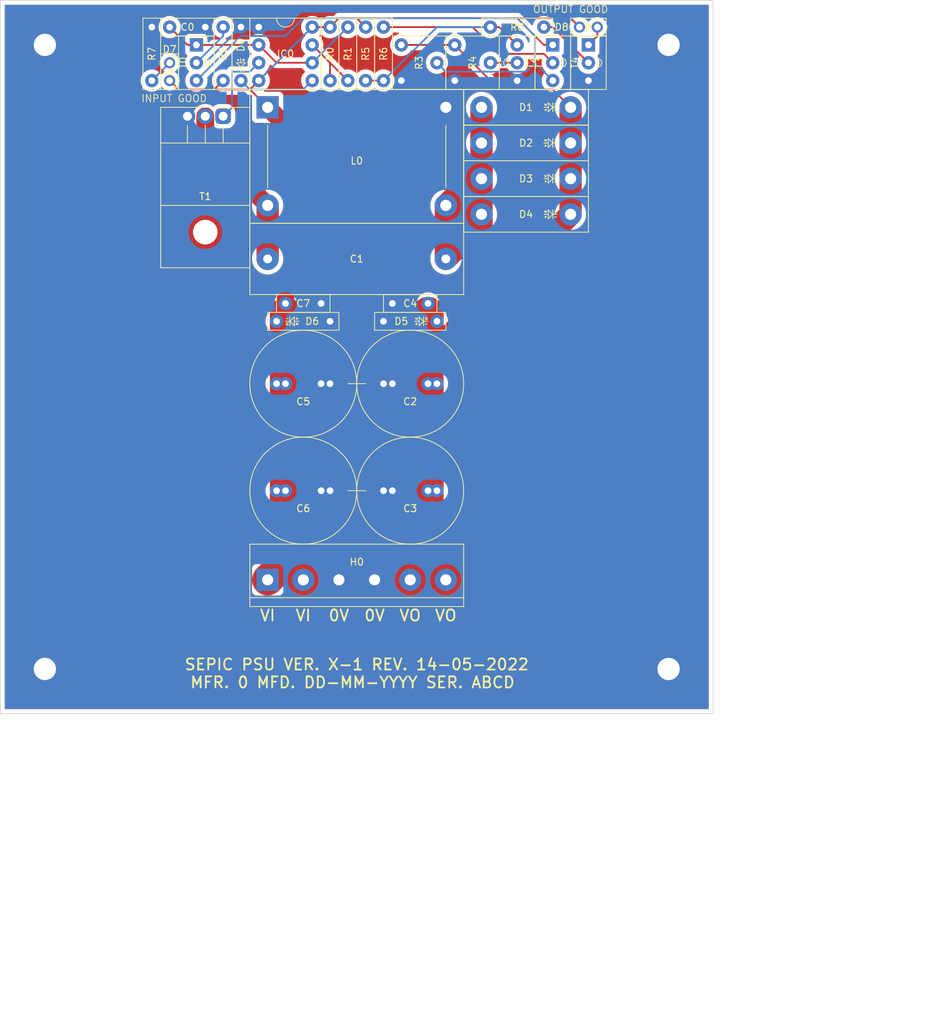
<source format=kicad_pcb>
(kicad_pcb (version 20211014) (generator pcbnew)
  (layers (0 "F.Cu" signal) (31 "B.Cu" signal) (34 "B.Paste" user) (35 "F.Paste" user) (36 "B.SilkS" user "B.Silkscreen") (37 "F.SilkS" user "F.Silkscreen") (38 "B.Mask" user) (39 "F.Mask" user) (44 "Edge.Cuts" user))
  (net 0 "")
  (net 1 "CAP")
  (net 2 "0V")
  (net 3 "Net-(C1-Pad1)")
  (net 4 "Net-(C1-Pad2)")
  (net 5 "VO")
  (net 6 "VI")
  (net 7 "Net-(D0-Pad1)")
  (net 8 "Net-(D7-Pad1)")
  (net 9 "Net-(D8-Pad1)")
  (net 10 "Net-(IC0-Pad3)")
  (net 11 "Net-(IC0-Pad7)")
  (net 12 "Net-(R2-Pad2)")
  (net 13 "FB")
  (net 14 "Net-(R4-Pad2)")
  (net 15 "O{slash}D")
  (net 16 "Net-(R6-Pad1)")
  (net 17 "Net-(R8-Pad1)")
  (footprint "MW:D_L.6in_W.2in_P.5in" (layer "F.Cu") (at 208.28 45.72 180)
    (fp_text reference "D2" (at 6.35 0) (layer "F.SilkS"))
    (fp_text value "1N5408")
    (fp_line (start 3.429 -0.381) (end 3.683 -0.381) (layer "F.SilkS") (width 0.12))
    (fp_line (start -2.54 -2.54) (end 15.24 -2.54) (layer "F.SilkS") (width 0.12))
    (fp_line (start 2.54 0.635) (end 2.54 -0.635) (layer "F.SilkS") (width 0.12))
    (fp_line (start 2.032 0.254) (end 2.032 0.508) (layer "F.SilkS") (width 0.12))
    (fp_line (start 15.24 2.54) (end -2.54 2.54) (layer "F.SilkS") (width 0.12))
    (fp_line (start 2.032 -0.381) (end 2.286 -0.381) (layer "F.SilkS") (width 0.12))
    (fp_line (start 2.032 0.508) (end 2.286 0.508) (layer "F.SilkS") (width 0.12))
    (fp_line (start 2.54 0) (end 3.175 0.635) (layer "F.SilkS") (width 0.12))
    (fp_line (start -2.54 2.54) (end -2.54 -2.54) (layer "F.SilkS") (width 0.12))
    (fp_line (start 3.556 -0.508) (end 3.556 -0.254) (layer "F.SilkS") (width 0.12))
    (fp_line (start 3.683 0.381) (end 3.683 0.508) (layer "F.SilkS") (width 0.12))
    (fp_line (start 3.556 0.254) (end 3.683 0.381) (layer "F.SilkS") (width 0.12))
    (fp_line (start 3.175 0.635) (end 3.175 -0.635) (layer "F.SilkS") (width 0.12))
    (fp_line (start 3.429 0.381) (end 3.429 0.508) (layer "F.SilkS") (width 0.12))
    (fp_line (start 3.429 0.381) (end 3.556 0.254) (layer "F.SilkS") (width 0.12))
    (fp_line (start 15.24 -2.54) (end 15.24 2.54) (layer "F.SilkS") (width 0.12))
    (fp_line (start 3.429 0.381) (end 3.683 0.381) (layer "F.SilkS") (width 0.12))
    (fp_line (start 3.175 0) (end 3.81 0) (layer "F.SilkS") (width 0.12))
    (fp_line (start 2.032 0.254) (end 2.286 0.254) (layer "F.SilkS") (width 0.12))
    (fp_line (start 2.54 0) (end 1.905 0) (layer "F.SilkS") (width 0.12))
    (fp_line (start 3.175 -0.635) (end 2.54 0) (layer "F.SilkS") (width 0.12))
    (pad "1" thru_hole circle (at 0 0 180) (size 3.175 3.175) (drill 1.5875) (layers *.Cu *.Mask) (net 5 "VO"))
    (pad "2" thru_hole circle (at 12.7 0 180) (size 3.175 3.175) (drill 1.5875) (layers *.Cu *.Mask) (net 3 "Net-(C1-Pad1)"))
  )
  (footprint "MW:C_Radial_D.6in_P.2in_P.3in" (layer "F.Cu") (at 166.37 80.01)
    (fp_text reference "C5" (at 3.81 2.54) (layer "F.SilkS"))
    (fp_text value "1mF")
    (fp_line (start 10.16 0) (end 11.43 0) (layer "F.SilkS") (width 0.12))
    (fp_circle (center 3.81 0) (end 3.81 7.62) (layer "F.SilkS") (width 0.12) (fill none))
    (pad "1" thru_hole circle (at 0 0) (size 1.905 1.905) (drill 0.9525) (layers *.Cu *.Mask) (net 6 "VI"))
    (pad "1" thru_hole circle (at 1.27 0) (size 1.905 1.905) (drill 0.9525) (layers *.Cu *.Mask) (net 6 "VI"))
    (pad "2" thru_hole circle (at 7.62 0) (size 1.905 1.905) (drill 0.9525) (layers *.Cu *.Mask) (net 2 "0V"))
    (pad "2" thru_hole circle (at 6.35 0) (size 1.905 1.905) (drill 0.9525) (layers *.Cu *.Mask) (net 2 "0V"))
  )
  (footprint "MW:TO-92L_Inline_Wide" (layer "F.Cu") (at 154.94 31.75 -90)
    (fp_text reference "T0" (at 2.54 1.905 90) (layer "F.SilkS"))
    (fp_text value "2N3904")
    (fp_line (start -1.27 2.54) (end -1.27 -2.54) (layer "F.SilkS") (width 0.12))
    (fp_line (start 6.35 2.54) (end -1.27 2.54) (layer "F.SilkS") (width 0.12))
    (fp_line (start -1.27 -2.54) (end 6.35 -2.54) (layer "F.SilkS") (width 0.12))
    (fp_line (start 6.35 -2.54) (end 6.35 2.54) (layer "F.SilkS") (width 0.12))
    (fp_line (start 1.905 -1.27) (end 3.175 -1.27) (layer "F.SilkS") (width 0.12))
    (fp_arc (start 1.905 -1.27) (mid 2.54 -1.905) (end 3.175 -1.27) (layer "F.SilkS") (width 0.12))
    (pad "1" thru_hole rect (at 0 0 270) (size 1.905 1.905) (drill 0.9525) (layers *.Cu *.Mask) (net 1 "CAP"))
    (pad "2" thru_hole circle (at 2.54 0 270) (size 1.905 1.905) (drill 0.9525) (layers *.Cu *.Mask) (net 12 "Net-(R2-Pad2)"))
    (pad "3" thru_hole circle (at 5.08 0 270) (size 1.905 1.905) (drill 0.9525) (layers *.Cu *.Mask) (net 13 "FB"))
  )
  (footprint "MW:D_L.6in_W.2in_P.5in" (layer "F.Cu") (at 208.28 55.88 180)
    (fp_text reference "D4" (at 6.35 0) (layer "F.SilkS"))
    (fp_text value "1N5408")
    (fp_line (start -2.54 2.54) (end -2.54 -2.54) (layer "F.SilkS") (width 0.12))
    (fp_line (start 3.175 -0.635) (end 2.54 0) (layer "F.SilkS") (width 0.12))
    (fp_line (start 15.24 -2.54) (end 15.24 2.54) (layer "F.SilkS") (width 0.12))
    (fp_line (start 3.556 0.254) (end 3.683 0.381) (layer "F.SilkS") (width 0.12))
    (fp_line (start 3.429 0.381) (end 3.556 0.254) (layer "F.SilkS") (width 0.12))
    (fp_line (start 2.54 0) (end 3.175 0.635) (layer "F.SilkS") (width 0.12))
    (fp_line (start 2.032 0.508) (end 2.286 0.508) (layer "F.SilkS") (width 0.12))
    (fp_line (start 3.175 0) (end 3.81 0) (layer "F.SilkS") (width 0.12))
    (fp_line (start 2.54 0.635) (end 2.54 -0.635) (layer "F.SilkS") (width 0.12))
    (fp_line (start 2.54 0) (end 1.905 0) (layer "F.SilkS") (width 0.12))
    (fp_line (start -2.54 -2.54) (end 15.24 -2.54) (layer "F.SilkS") (width 0.12))
    (fp_line (start 3.556 -0.508) (end 3.556 -0.254) (layer "F.SilkS") (width 0.12))
    (fp_line (start 3.429 0.381) (end 3.429 0.508) (layer "F.SilkS") (width 0.12))
    (fp_line (start 2.032 0.254) (end 2.286 0.254) (layer "F.SilkS") (width 0.12))
    (fp_line (start 3.429 -0.381) (end 3.683 -0.381) (layer "F.SilkS") (width 0.12))
    (fp_line (start 2.032 -0.381) (end 2.286 -0.381) (layer "F.SilkS") (width 0.12))
    (fp_line (start 2.032 0.254) (end 2.032 0.508) (layer "F.SilkS") (width 0.12))
    (fp_line (start 15.24 2.54) (end -2.54 2.54) (layer "F.SilkS") (width 0.12))
    (fp_line (start 3.429 0.381) (end 3.683 0.381) (layer "F.SilkS") (width 0.12))
    (fp_line (start 3.175 0.635) (end 3.175 -0.635) (layer "F.SilkS") (width 0.12))
    (fp_line (start 3.683 0.381) (end 3.683 0.508) (layer "F.SilkS") (width 0.12))
    (pad "1" thru_hole circle (at 0 0 180) (size 3.175 3.175) (drill 1.5875) (layers *.Cu *.Mask) (net 5 "VO"))
    (pad "2" thru_hole circle (at 12.7 0 180) (size 3.175 3.175) (drill 1.5875) (layers *.Cu *.Mask) (net 3 "Net-(C1-Pad1)"))
  )
  (footprint "MW:D_L.6in_W.2in_P.5in" (layer "F.Cu") (at 208.28 40.64 180)
    (fp_text reference "D1" (at 6.35 0) (layer "F.SilkS"))
    (fp_text value "1N5408")
    (fp_line (start 3.429 0.381) (end 3.556 0.254) (layer "F.SilkS") (width 0.12))
    (fp_line (start 2.032 0.254) (end 2.286 0.254) (layer "F.SilkS") (width 0.12))
    (fp_line (start 2.032 -0.381) (end 2.286 -0.381) (layer "F.SilkS") (width 0.12))
    (fp_line (start 15.24 -2.54) (end 15.24 2.54) (layer "F.SilkS") (width 0.12))
    (fp_line (start 3.175 0) (end 3.81 0) (layer "F.SilkS") (width 0.12))
    (fp_line (start -2.54 -2.54) (end 15.24 -2.54) (layer "F.SilkS") (width 0.12))
    (fp_line (start -2.54 2.54) (end -2.54 -2.54) (layer "F.SilkS") (width 0.12))
    (fp_line (start 2.032 0.508) (end 2.286 0.508) (layer "F.SilkS") (width 0.12))
    (fp_line (start 3.683 0.381) (end 3.683 0.508) (layer "F.SilkS") (width 0.12))
    (fp_line (start 3.429 -0.381) (end 3.683 -0.381) (layer "F.SilkS") (width 0.12))
    (fp_line (start 3.556 0.254) (end 3.683 0.381) (layer "F.SilkS") (width 0.12))
    (fp_line (start 2.54 0) (end 1.905 0) (layer "F.SilkS") (width 0.12))
    (fp_line (start 15.24 2.54) (end -2.54 2.54) (layer "F.SilkS") (width 0.12))
    (fp_line (start 2.54 0) (end 3.175 0.635) (layer "F.SilkS") (width 0.12))
    (fp_line (start 3.556 -0.508) (end 3.556 -0.254) (layer "F.SilkS") (width 0.12))
    (fp_line (start 2.54 0.635) (end 2.54 -0.635) (layer "F.SilkS") (width 0.12))
    (fp_line (start 3.429 0.381) (end 3.429 0.508) (layer "F.SilkS") (width 0.12))
    (fp_line (start 2.032 0.254) (end 2.032 0.508) (layer "F.SilkS") (width 0.12))
    (fp_line (start 3.175 -0.635) (end 2.54 0) (layer "F.SilkS") (width 0.12))
    (fp_line (start 3.175 0.635) (end 3.175 -0.635) (layer "F.SilkS") (width 0.12))
    (fp_line (start 3.429 0.381) (end 3.683 0.381) (layer "F.SilkS") (width 0.12))
    (pad "1" thru_hole circle (at 0 0 180) (size 3.175 3.175) (drill 1.5875) (layers *.Cu *.Mask) (net 5 "VO"))
    (pad "2" thru_hole circle (at 12.7 0 180) (size 3.175 3.175) (drill 1.5875) (layers *.Cu *.Mask) (net 3 "Net-(C1-Pad1)"))
  )
  (footprint "MW:C_L.3in_W.1in_P.2in" (layer "F.Cu") (at 151.13 29.21)
    (fp_text reference "C0" (at 2.54 0) (layer "F.SilkS"))
    (fp_text value "470pF")
    (fp_line (start -1.27 1.27) (end -1.27 -1.27) (layer "F.SilkS") (width 0.12))
    (fp_line (start 6.35 -1.27) (end 6.35 1.27) (layer "F.SilkS") (width 0.12))
    (fp_line (start -1.27 -1.27) (end 6.35 -1.27) (layer "F.SilkS") (width 0.12))
    (fp_line (start 6.35 1.27) (end -1.27 1.27) (layer "F.SilkS") (width 0.12))
    (pad "1" thru_hole circle (at 0 0) (size 1.905 1.905) (drill 0.9525) (layers *.Cu *.Mask) (net 1 "CAP"))
    (pad "2" thru_hole circle (at 5.08 0) (size 1.905 1.905) (drill 0.9525) (layers *.Cu *.Mask) (net 2 "0V"))
  )
  (footprint "MW:R_L.4in_W.1in_P.3in" (layer "F.Cu") (at 158.75 36.83 90)
    (fp_text reference "R2" (at 3.81 0 90) (layer "F.SilkS"))
    (fp_text value "1MO")
    (fp_line (start -1.27 -1.27) (end 8.89 -1.27) (layer "F.SilkS") (width 0.12))
    (fp_line (start 8.89 -1.27) (end 8.89 1.27) (layer "F.SilkS") (width 0.12))
    (fp_line (start 8.89 1.27) (end -1.27 1.27) (layer "F.SilkS") (width 0.12))
    (fp_line (start -1.27 1.27) (end -1.27 -1.27) (layer "F.SilkS") (width 0.12))
    (pad "1" thru_hole circle (at 0 0 90) (size 1.905 1.905) (drill 0.9525) (layers *.Cu *.Mask) (net 6 "VI"))
    (pad "2" thru_hole circle (at 7.62 0 90) (size 1.905 1.905) (drill 0.9525) (layers *.Cu *.Mask) (net 12 "Net-(R2-Pad2)"))
  )
  (footprint "MW:TO-220-3_Horizontal_TabDown" (layer "F.Cu") (at 158.75 41.91 180)
    (fp_text reference "T1" (at 2.54 -11.43) (layer "F.SilkS"))
    (fp_text value "IRF3205")
    (fp_line (start -3.81 1.27) (end 8.89 1.27) (layer "F.SilkS") (width 0.12))
    (fp_line (start -3.81 -3.81) (end -3.81 1.27) (layer "F.SilkS") (width 0.12))
    (fp_line (start 8.89 -21.59) (end 8.89 -3.81) (layer "F.SilkS") (width 0.12))
    (fp_line (start -3.81 -3.81) (end -3.81 -21.59) (layer "F.SilkS") (width 0.12))
    (fp_line (start 8.89 -3.81) (end -3.81 -3.81) (layer "F.SilkS") (width 0.12))
    (fp_line (start 5.08 -3.81) (end 5.08 -1.27) (layer "F.SilkS") (width 0.12))
    (fp_line (start -3.81 -21.59) (end 8.89 -21.59) (layer "F.SilkS") (width 0.12))
    (fp_line (start 8.89 -3.81) (end 8.89 1.27) (layer "F.SilkS") (width 0.12))
    (fp_line (start 0 -3.81) (end 0 -1.27) (layer "F.SilkS") (width 0.12))
    (fp_line (start 8.89 -12.7) (end -3.81 -12.7) (layer "F.SilkS") (width 0.12))
    (fp_line (start 2.54 -3.81) (end 2.54 -1.27) (layer "F.SilkS") (width 0.12))
    (pad "" np_thru_hole oval (at 2.54 -16.51 180) (size 3.5 3.5) (drill 3.5) (layers F&B.Cu *.Mask))
    (pad "1" thru_hole roundrect (at 0 0 180) (size 2.2225 2.2225) (drill 1.27) (layers *.Cu *.Mask) (roundrect_rratio 0.2857142857) (net 10 "Net-(IC0-Pad3)"))
    (pad "2" thru_hole circle (at 2.54 0 180) (size 2.2225 2.2225) (drill 1.27) (layers *.Cu *.Mask) (net 4 "Net-(C1-Pad2)"))
    (pad "3" thru_hole circle (at 5.08 0 180) (size 2.2225 2.2225) (drill 1.27) (layers *.Cu *.Mask) (net 2 "0V"))
    (pad "4" smd rect (at 2.54 -16.51 180) (size 11.43 7.62) (layers "F.Cu" "F.Paste" "F.Mask"))
  )
  (footprint "MW:D_L.6in_W.2in_P.5in" (layer "F.Cu") (at 208.28 50.8 180)
    (fp_text reference "D3" (at 6.35 0) (layer "F.SilkS"))
    (fp_text value "1N5408")
    (fp_line (start 3.429 0.381) (end 3.429 0.508) (layer "F.SilkS") (width 0.12))
    (fp_line (start 2.54 0) (end 1.905 0) (layer "F.SilkS") (width 0.12))
    (fp_line (start 15.24 -2.54) (end 15.24 2.54) (layer "F.SilkS") (width 0.12))
    (fp_line (start 2.54 0.635) (end 2.54 -0.635) (layer "F.SilkS") (width 0.12))
    (fp_line (start 3.556 -0.508) (end 3.556 -0.254) (layer "F.SilkS") (width 0.12))
    (fp_line (start -2.54 -2.54) (end 15.24 -2.54) (layer "F.SilkS") (width 0.12))
    (fp_line (start 3.175 0.635) (end 3.175 -0.635) (layer "F.SilkS") (width 0.12))
    (fp_line (start 2.54 0) (end 3.175 0.635) (layer "F.SilkS") (width 0.12))
    (fp_line (start 2.032 -0.381) (end 2.286 -0.381) (layer "F.SilkS") (width 0.12))
    (fp_line (start 15.24 2.54) (end -2.54 2.54) (layer "F.SilkS") (width 0.12))
    (fp_line (start 3.429 -0.381) (end 3.683 -0.381) (layer "F.SilkS") (width 0.12))
    (fp_line (start -2.54 2.54) (end -2.54 -2.54) (layer "F.SilkS") (width 0.12))
    (fp_line (start 2.032 0.254) (end 2.032 0.508) (layer "F.SilkS") (width 0.12))
    (fp_line (start 2.032 0.254) (end 2.286 0.254) (layer "F.SilkS") (width 0.12))
    (fp_line (start 3.683 0.381) (end 3.683 0.508) (layer "F.SilkS") (width 0.12))
    (fp_line (start 3.556 0.254) (end 3.683 0.381) (layer "F.SilkS") (width 0.12))
    (fp_line (start 3.429 0.381) (end 3.556 0.254) (layer "F.SilkS") (width 0.12))
    (fp_line (start 3.175 -0.635) (end 2.54 0) (layer "F.SilkS") (width 0.12))
    (fp_line (start 3.429 0.381) (end 3.683 0.381) (layer "F.SilkS") (width 0.12))
    (fp_line (start 3.175 0) (end 3.81 0) (layer "F.SilkS") (width 0.12))
    (fp_line (start 2.032 0.508) (end 2.286 0.508) (layer "F.SilkS") (width 0.12))
    (pad "1" thru_hole circle (at 0 0 180) (size 3.175 3.175) (drill 1.5875) (layers *.Cu *.Mask) (net 5 "VO"))
    (pad "2" thru_hole circle (at 12.7 0 180) (size 3.175 3.175) (drill 1.5875) (layers *.Cu *.Mask) (net 3 "Net-(C1-Pad1)"))
  )
  (footprint "MW:P_0" (layer "F.Cu") (at 191.77 31.75 -90)
    (fp_text reference "R4" (at 2.54 -2.54 90) (layer "F.SilkS"))
    (fp_text value "1MO")
    (fp_line (start 6.35 -6.35) (end 6.35 1.27) (layer "F.SilkS") (width 0.12))
    (fp_line (start -1.27 1.27) (end -1.27 -6.35) (layer "F.SilkS") (width 0.12))
    (fp_line (start -1.27 -6.35) (end 6.35 -6.35) (layer "F.SilkS") (width 0.12))
    (fp_line (start 6.35 1.27) (end -1.27 1.27) (layer "F.SilkS") (width 0.12))
    (pad "1" thru_hole circle (at 0 0 270) (size 1.905 1.905) (drill 0.9525) (layers *.Cu *.Mask) (net 5 "VO"))
    (pad "2" thru_hole circle (at 2.54 -5.08 270) (size 1.905 1.905) (drill 0.9525) (layers *.Cu *.Mask) (net 14 "Net-(R4-Pad2)"))
    (pad "3" thru_hole circle (at 5.08 0 270) (size 1.905 1.905) (drill 0.9525) (layers *.Cu *.Mask) (net 2 "0V"))
  )
  (footprint "MW:TO-92L_Inline_Wide" (layer "F.Cu") (at 205.74 31.75 -90)
    (fp_text reference "T3" (at 2.54 1.905 90) (layer "F.SilkS"))
    (fp_text value "2N3906")
    (fp_line (start -1.27 2.54) (end -1.27 -2.54) (layer "F.SilkS") (width 0.12))
    (fp_line (start 6.35 2.54) (end -1.27 2.54) (layer "F.SilkS") (width 0.12))
    (fp_line (start 6.35 -2.54) (end 6.35 2.54) (layer "F.SilkS") (width 0.12))
    (fp_line (start 1.905 -1.27) (end 3.175 -1.27) (layer "F.SilkS") (width 0.12))
    (fp_line (start -1.27 -2.54) (end 6.35 -2.54) (layer "F.SilkS") (width 0.12))
    (fp_arc (start 1.905 -1.27) (mid 2.54 -1.905) (end 3.175 -1.27) (layer "F.SilkS") (width 0.12))
    (pad "1" thru_hole rect (at 0 0 270) (size 1.905 1.905) (drill 0.9525) (layers *.Cu *.Mask) (net 6 "VI"))
    (pad "2" thru_hole circle (at 2.54 0 270) (size 1.905 1.905) (drill 0.9525) (layers *.Cu *.Mask) (net 16 "Net-(R6-Pad1)"))
    (pad "3" thru_hole circle (at 5.08 0 270) (size 1.905 1.905) (drill 0.9525) (layers *.Cu *.Mask) (net 13 "FB"))
  )
  (footprint "MW:C_L.3in_W.1in_P.2in" (layer "F.Cu") (at 187.96 68.58 180)
    (fp_text reference "C4" (at 2.54 0) (layer "F.SilkS"))
    (fp_text value "1uF")
    (fp_line (start 6.35 -1.27) (end 6.35 1.27) (layer "F.SilkS") (width 0.12))
    (fp_line (start -1.27 1.27) (end -1.27 -1.27) (layer "F.SilkS") (width 0.12))
    (fp_line (start -1.27 -1.27) (end 6.35 -1.27) (layer "F.SilkS") (width 0.12))
    (fp_line (start 6.35 1.27) (end -1.27 1.27) (layer "F.SilkS") (width 0.12))
    (pad "1" thru_hole circle (at 0 0 180) (size 1.905 1.905) (drill 0.9525) (layers *.Cu *.Mask) (net 5 "VO"))
    (pad "2" thru_hole circle (at 5.08 0 180) (size 1.905 1.905) (drill 0.9525) (layers *.Cu *.Mask) (net 2 "0V"))
  )
  (footprint "MW:D_L.4in_W.1in_P.3in" (layer "F.Cu") (at 166.37 71.12)
    (fp_text reference "D6" (at 5.08 0) (layer "F.SilkS"))
    (fp_text value "1N4007")
    (fp_line (start 2.794 0.381) (end 3.048 0.381) (layer "F.SilkS") (width 0.12))
    (fp_line (start 8.89 1.27) (end -1.27 1.27) (layer "F.SilkS") (width 0.12))
    (fp_line (start 1.905 0) (end 2.54 0.635) (layer "F.SilkS") (width 0.12))
    (fp_line (start 2.54 -0.635) (end 1.905 0) (layer "F.SilkS") (width 0.12))
    (fp_line (start 2.794 0.381) (end 2.921 0.254) (layer "F.SilkS") (width 0.12))
    (fp_line (start -1.27 -1.27) (end 8.89 -1.27) (layer "F.SilkS") (width 0.12))
    (fp_line (start 1.397 0.508) (end 1.651 0.508) (layer "F.SilkS") (width 0.12))
    (fp_line (start 2.54 0.635) (end 2.54 -0.635) (layer "F.SilkS") (width 0.12))
    (fp_line (start 1.397 0.254) (end 1.651 0.254) (layer "F.SilkS") (width 0.12))
    (fp_line (start 1.905 0.635) (end 1.905 -0.635) (layer "F.SilkS") (width 0.12))
    (fp_line (start 2.921 0.254) (end 3.048 0.381) (layer "F.SilkS") (width 0.12))
    (fp_line (start 1.905 0) (end 1.27 0) (layer "F.SilkS") (width 0.12))
    (fp_line (start 2.794 -0.381) (end 3.048 -0.381) (layer "F.SilkS") (width 0.12))
    (fp_line (start 2.794 0.381) (end 2.794 0.508) (layer "F.SilkS") (width 0.12))
    (fp_line (start -1.27 1.27) (end -1.27 -1.27) (layer "F.SilkS") (width 0.12))
    (fp_line (start 1.397 0.254) (end 1.397 0.508) (layer "F.SilkS") (width 0.12))
    (fp_line (start 2.54 0) (end 3.175 0) (layer "F.SilkS") (width 0.12))
    (fp_line (start 3.048 0.381) (end 3.048 0.508) (layer "F.SilkS") (width 0.12))
    (fp_line (start 2.921 -0.508) (end 2.921 -0.254) (layer "F.SilkS") (width 0.12))
    (fp_line (start 1.397 -0.381) (end 1.651 -0.381) (layer "F.SilkS") (width 0.12))
    (fp_line (start 8.89 -1.27) (end 8.89 1.27) (layer "F.SilkS") (width 0.12))
    (pad "1" thru_hole circle (at 0 0) (size 1.905 1.905) (drill 0.9525) (layers *.Cu *.Mask) (net 6 "VI"))
    (pad "2" thru_hole circle (at 7.62 0) (size 1.905 1.905) (drill 0.9525) (layers *.Cu *.Mask) (net 2 "0V"))
  )
  (footprint "MW:C_L1.2in_W.4in_P1in" (layer "F.Cu") (at 190.5 62.23 180)
    (fp_text reference "C1" (at 12.7 0) (layer "F.SilkS"))
    (fp_text value "3.3uF")
    (fp_line (start -2.54 -5.08) (end 27.94 -5.08) (layer "F.SilkS") (width 0.12))
    (fp_line (start -2.54 5.08) (end -2.54 -5.08) (layer "F.SilkS") (width 0.12))
    (fp_line (start 27.94 -5.08) (end 27.94 5.08) (layer "F.SilkS") (width 0.12))
    (fp_line (start 27.94 5.08) (end -2.54 5.08) (layer "F.SilkS") (width 0.12))
    (pad "1" thru_hole circle (at 0 0 180) (size 3.175 3.175) (drill 1.27) (layers *.Cu *.Mask) (net 3 "Net-(C1-Pad1)"))
    (pad "2" thru_hole circle (at 25.4 0 180) (size 3.175 3.175) (drill 1.27) (layers *.Cu *.Mask) (net 4 "Net-(C1-Pad2)"))
  )
  (footprint "MW:R_L.4in_W.1in_P.3in" (layer "F.Cu") (at 204.47 29.21 180)
    (fp_text reference "R8" (at 3.81 0) (layer "F.SilkS"))
    (fp_text value "100KO")
    (fp_line (start 8.89 -1.27) (end 8.89 1.27) (layer "F.SilkS") (width 0.12))
    (fp_line (start 8.89 1.27) (end -1.27 1.27) (layer "F.SilkS") (width 0.12))
    (fp_line (start -1.27 1.27) (end -1.27 -1.27) (layer "F.SilkS") (width 0.12))
    (fp_line (start -1.27 -1.27) (end 8.89 -1.27) (layer "F.SilkS") (width 0.12))
    (pad "1" thru_hole circle (at 0 0 180) (size 1.905 1.905) (drill 0.9525) (layers *.Cu *.Mask) (net 17 "Net-(R8-Pad1)"))
    (pad "2" thru_hole circle (at 7.62 0 180) (size 1.905 1.905) (drill 0.9525) (layers *.Cu *.Mask) (net 15 "O{slash}D"))
  )
  (footprint "MW:H_P.2in_6pin" (layer "F.Cu") (at 165.1 107.95)
    (fp_text reference "H0" (at 12.7 -2.54) (layer "F.SilkS"))
    (fp_text value ".2\" SCREW TERMINAL")
    (fp_line (start -2.54 3.81) (end -2.54 -5.08) (layer "F.SilkS") (width 0.12))
    (fp_line (start 27.94 -5.08) (end 27.94 3.81) (layer "F.SilkS") (width 0.12))
    (fp_line (start -2.54 2.54) (end 27.94 2.54) (layer "F.SilkS") (width 0.12))
    (fp_line (start -2.54 3.81) (end 27.94 3.81) (layer "F.SilkS") (width 0.12))
    (fp_line (start -2.54 -5.08) (end 27.94 -5.08) (layer "F.SilkS") (width 0.12))
    (pad "1" thru_hole rect (at 0 0) (size 3.175 3.175) (drill 1.5875) (layers *.Cu *.Mask) (net 6 "VI"))
    (pad "2" thru_hole circle (at 5.08 0) (size 3.175 3.175) (drill 1.5875) (layers *.Cu *.Mask) (net 6 "VI"))
    (pad "3" thru_hole circle (at 10.16 0) (size 3.175 3.175) (drill 1.5875) (layers *.Cu *.Mask) (net 2 "0V"))
    (pad "4" thru_hole circle (at 15.24 0) (size 3.175 3.175) (drill 1.5875) (layers *.Cu *.Mask) (net 2 "0V"))
    (pad "5" thru_hole circle (at 20.32 0) (size 3.175 3.175) (drill 1.5875) (layers *.Cu *.Mask) (net 5 "VO"))
    (pad "6" thru_hole circle (at 25.4 0) (size 3.175 3.175) (drill 1.5875) (layers *.Cu *.Mask) (net 5 "VO"))
  )
  (footprint "MW:D_L.4in_W.1in_P.3in" (layer "F.Cu") (at 189.23 71.12 180)
    (fp_text reference "D5" (at 5.08 0) (layer "F.SilkS"))
    (fp_text value "1N4007")
    (fp_line (start 2.921 0.254) (end 3.048 0.381) (layer "F.SilkS") (width 0.12))
    (fp_line (start 2.54 0) (end 3.175 0) (layer "F.SilkS") (width 0.12))
    (fp_line (start 2.794 0.381) (end 3.048 0.381) (layer "F.SilkS") (width 0.12))
    (fp_line (start 1.905 0.635) (end 1.905 -0.635) (layer "F.SilkS") (width 0.12))
    (fp_line (start 3.048 0.381) (end 3.048 0.508) (layer "F.SilkS") (width 0.12))
    (fp_line (start 1.397 0.254) (end 1.397 0.508) (layer "F.SilkS") (width 0.12))
    (fp_line (start 1.397 0.508) (end 1.651 0.508) (layer "F.SilkS") (width 0.12))
    (fp_line (start 2.921 -0.508) (end 2.921 -0.254) (layer "F.SilkS") (width 0.12))
    (fp_line (start 1.905 0) (end 1.27 0) (layer "F.SilkS") (width 0.12))
    (fp_line (start 2.54 0.635) (end 2.54 -0.635) (layer "F.SilkS") (width 0.12))
    (fp_line (start 1.905 0) (end 2.54 0.635) (layer "F.SilkS") (width 0.12))
    (fp_line (start 8.89 1.27) (end -1.27 1.27) (layer "F.SilkS") (width 0.12))
    (fp_line (start 2.794 0.381) (end 2.794 0.508) (layer "F.SilkS") (width 0.12))
    (fp_line (start -1.27 1.27) (end -1.27 -1.27) (layer "F.SilkS") (width 0.12))
    (fp_line (start 8.89 -1.27) (end 8.89 1.27) (layer "F.SilkS") (width 0.12))
    (fp_line (start 1.397 -0.381) (end 1.651 -0.381) (layer "F.SilkS") (width 0.12))
    (fp_line (start 2.794 0.381) (end 2.921 0.254) (layer "F.SilkS") (width 0.12))
    (fp_line (start 1.397 0.254) (end 1.651 0.254) (layer "F.SilkS") (width 0.12))
    (fp_line (start -1.27 -1.27) (end 8.89 -1.27) (layer "F.SilkS") (width 0.12))
    (fp_line (start 2.54 -0.635) (end 1.905 0) (layer "F.SilkS") (width 0.12))
    (fp_line (start 2.794 -0.381) (end 3.048 -0.381) (layer "F.SilkS") (width 0.12))
    (pad "1" thru_hole circle (at 0 0 180) (size 1.905 1.905) (drill 0.9525) (layers *.Cu *.Mask) (net 5 "VO"))
    (pad "2" thru_hole circle (at 7.62 0 180) (size 1.905 1.905) (drill 0.9525) (layers *.Cu *.Mask) (net 2 "0V"))
  )
  (footprint "MW:LED_L.2in_W.1in_P.1in" (layer "F.Cu") (at 151.13 34.29 -90)
    (fp_text reference "D7" (at -1.905 0 180) (layer "F.SilkS"))
    (fp_text value "LED")
    (fp_line (start 3.429 -1.143) (end 3.429 -0.889) (layer "F.SilkS") (width 0.12))
    (fp_line (start -1.27 1.27) (end -1.27 -1.27) (layer "F.SilkS") (width 0.12))
    (fp_line (start 1.5748 0.635) (end 1.5748 -0.635) (layer "F.SilkS") (width 0.12))
    (fp_line (start -1.27 -1.27) (end 3.81 -1.27) (layer "F.SilkS") (width 0.12))
    (fp_line (start 0.9398 0.635) (end 0.9398 -0.635) (layer "F.SilkS") (width 0.12))
    (fp_line (start 3.81 -1.27) (end 3.81 1.27) (layer "F.SilkS") (width 0.12))
    (fp_line (start -1.016 -1.016) (end -0.762 -1.016) (layer "F.SilkS") (width 0.12))
    (fp_line (start 0.9398 0) (end 1.5748 0.635) (layer "F.SilkS") (width 0.12))
    (fp_line (start -1.016 -0.508) (end -0.762 -0.508) (layer "F.SilkS") (width 0.12))
    (fp_line (start -1.016 -0.762) (end -0.762 -0.762) (layer "F.SilkS") (width 0.12))
    (fp_line (start 3.81 1.27) (end -1.27 1.27) (layer "F.SilkS") (width 0.12))
    (fp_line (start 1.5748 -0.635) (end 0.9398 0) (layer "F.SilkS") (width 0.12))
    (fp_line (start -1.016 -0.762) (end -1.016 -0.508) (layer "F.SilkS") (width 0.12))
    (fp_line (start 3.302 -0.635) (end 3.556 -0.635) (layer "F.SilkS") (width 0.12))
    (fp_line (start 3.429 -0.762) (end 3.556 -0.635) (layer "F.SilkS") (width 0.12))
    (fp_line (start 3.302 -0.635) (end 3.429 -0.762) (layer "F.SilkS") (width 0.12))
    (fp_line (start 3.302 -0.635) (end 3.302 -0.508) (layer "F.SilkS") (width 0.12))
    (fp_line (start 3.302 -1.016) (end 3.556 -1.016) (layer "F.SilkS") (width 0.12))
    (fp_line (start 3.556 -0.635) (end 3.556 -0.508) (layer "F.SilkS") (width 0.12))
    (pad "1" thru_hole circle (at 0 0 270) (size 1.5875 1.5875) (drill 0.9525) (layers *.Cu *.Mask) (net 8 "Net-(D7-Pad1)"))
    (pad "2" thru_hole circle (at 2.54 0 270) (size 1.5875 1.5875) (drill 0.9525) (layers *.Cu *.Mask) (net 6 "VI"))
  )
  (footprint "MW:R_L.4in_W.1in_P.3in" (layer "F.Cu") (at 176.53 36.83 90)
    (fp_text reference "R1" (at 3.81 0 90) (layer "F.SilkS"))
    (fp_text value "10KO")
    (fp_line (start -1.27 1.27) (end -1.27 -1.27) (layer "F.SilkS") (width 0.12))
    (fp_line (start -1.27 -1.27) (end 8.89 -1.27) (layer "F.SilkS") (width 0.12))
    (fp_line (start 8.89 -1.27) (end 8.89 1.27) (layer "F.SilkS") (width 0.12))
    (fp_line (start 8.89 1.27) (end -1.27 1.27) (layer "F.SilkS") (width 0.12))
    (pad "1" thru_hole circle (at 0 0 90) (size 1.905 1.905) (drill 0.9525) (layers *.Cu *.Mask) (net 11 "Net-(IC0-Pad7)"))
    (pad "2" thru_hole circle (at 7.62 0 90) (size 1.905 1.905) (drill 0.9525) (layers *.Cu *.Mask) (net 1 "CAP"))
  )
  (footprint "MW:L_4pin_L1.2in_W.75in_Px1.1in_Py.55in_0" (layer "F.Cu") (at 165.1 40.64)
    (fp_text reference "L0" (at 12.7 7.62) (layer "F.SilkS"))
    (fp_text value "1:1 15uH")
    (fp_line (start -2.54 -2.54) (end 27.94 -2.54) (layer "F.SilkS") (width 0.12))
    (fp_line (start -2.54 16.51) (end -2.54 -2.54) (layer "F.SilkS") (width 0.12))
    (fp_line (start 27.94 -2.54) (end 27.94 16.51) (layer "F.SilkS") (width 0.12))
    (fp_line (start 25.4 2.54) (end 25.4 11.43) (layer "F.SilkS") (width 0.12))
    (fp_line (start 0 2.54) (end 0 11.43) (layer "F.SilkS") (width 0.12))
    (fp_line (start 27.94 16.51) (end -2.54 16.51) (layer "F.SilkS") (width 0.12))
    (pad "1" thru_hole rect (at 0 0) (size 3.175 3.175) (drill 1.5875) (layers *.Cu *.Mask) (net 6 "VI"))
    (pad "2" thru_hole circle (at 0 13.97) (size 3.175 3.175) (drill 1.5875) (layers *.Cu *.Mask) (net 4 "Net-(C1-Pad2)"))
    (pad "3" thru_hole circle (at 25.4 13.97) (size 3.175 3.175) (drill 1.5875) (layers *.Cu *.Mask) (net 3 "Net-(C1-Pad1)"))
    (pad "4" thru_hole circle (at 25.4 0) (size 3.175 3.175) (drill 1.5875) (layers *.Cu *.Mask) (net 2 "0V"))
  )
  (footprint "MW:P_0" (layer "F.Cu") (at 184.15 31.75 -90)
    (fp_text reference "R3" (at 2.54 -2.54 90) (layer "F.SilkS"))
    (fp_text value "100KO")
    (fp_line (start 6.35 1.27) (end -1.27 1.27) (layer "F.SilkS") (width 0.12))
    (fp_line (start -1.27 1.27) (end -1.27 -6.35) (layer "F.SilkS") (width 0.12))
    (fp_line (start -1.27 -6.35) (end 6.35 -6.35) (layer "F.SilkS") (width 0.12))
    (fp_line (start 6.35 -6.35) (end 6.35 1.27) (layer "F.SilkS") (width 0.12))
    (pad "1" thru_hole circle (at 0 0 270) (size 1.905 1.905) (drill 0.9525) (layers *.Cu *.Mask) (net 5 "VO"))
    (pad "2" thru_hole circle (at 2.54 -5.08 270) (size 1.905 1.905) (drill 0.9525) (layers *.Cu *.Mask) (net 13 "FB"))
    (pad "3" thru_hole circle (at 5.08 0 270) (size 1.905 1.905) (drill 0.9525) (layers *.Cu *.Mask) (net 2 "0V"))
  )
  (footprint "MW:TO-92L_Inline_Wide" (layer "F.Cu") (at 210.82 31.75 -90)
    (fp_text reference "T4" (at 2.54 1.905 90) (layer "F.SilkS"))
    (fp_text value "2N3906")
    (fp_line (start -1.27 2.54) (end -1.27 -2.54) (layer "F.SilkS") (width 0.12))
    (fp_line (start -1.27 -2.54) (end 6.35 -2.54) (layer "F.SilkS") (width 0.12))
    (fp_line (start 1.905 -1.27) (end 3.175 -1.27) (layer "F.SilkS") (width 0.12))
    (fp_line (start 6.35 2.54) (end -1.27 2.54) (layer "F.SilkS") (width 0.12))
    (fp_line (start 6.35 -2.54) (end 6.35 2.54) (layer "F.SilkS") (width 0.12))
    (fp_arc (start 1.905 -1.27) (mid 2.54 -1.905) (end 3.175 -1.27) (layer "F.SilkS") (width 0.12))
    (pad "1" thru_hole rect (at 0 0 270) (size 1.905 1.905) (drill 0.9525) (layers *.Cu *.Mask) (net 9 "Net-(D8-Pad1)"))
    (pad "2" thru_hole circle (at 2.54 0 270) (size 1.905 1.905) (drill 0.9525) (layers *.Cu *.Mask) (net 17 "Net-(R8-Pad1)"))
    (pad "3" thru_hole circle (at 5.08 0 270) (size 1.905 1.905) (drill 0.9525) (layers *.Cu *.Mask) (net 2 "0V"))
  )
  (footprint "MW:R_L.4in_W.1in_P.3in" (layer "F.Cu") (at 173.99 29.21 -90)
    (fp_text reference "R0" (at 3.81 0 90) (layer "F.SilkS"))
    (fp_text value "10KO")
    (fp_line (start 8.89 1.27) (end -1.27 1.27) (layer "F.SilkS") (width 0.12))
    (fp_line (start 8.89 -1.27) (end 8.89 1.27) (layer "F.SilkS") (width 0.12))
    (fp_line (start -1.27 -1.27) (end 8.89 -1.27) (layer "F.SilkS") (width 0.12))
    (fp_line (start -1.27 1.27) (end -1.27 -1.27) (layer "F.SilkS") (width 0.12))
    (pad "1" thru_hole circle (at 0 0 270) (size 1.905 1.905) (drill 0.9525) (layers *.Cu *.Mask) (net 6 "VI"))
    (pad "2" thru_hole circle (at 7.62 0 270) (size 1.905 1.905) (drill 0.9525) (layers *.Cu *.Mask) (net 11 "Net-(IC0-Pad7)"))
  )
  (footprint "MW:R_L.4in_W.1in_P.3in" (layer "F.Cu") (at 179.07 36.83 90)
    (fp_text reference "R5" (at 3.81 0 90) (layer "F.SilkS"))
    (fp_text value "10MO")
    (fp_line (start 8.89 1.27) (end -1.27 1.27) (layer "F.SilkS") (width 0.12))
    (fp_line (start 8.89 -1.27) (end 8.89 1.27) (layer "F.SilkS") (width 0.12))
    (fp_line (start -1.27 1.27) (end -1.27 -1.27) (layer "F.SilkS") (width 0.12))
    (fp_line (start -1.27 -1.27) (end 8.89 -1.27) (layer "F.SilkS") (width 0.12))
    (pad "1" thru_hole circle (at 0 0 90) (size 1.905 1.905) (drill 0.9525) (layers *.Cu *.Mask) (net 15 "O{slash}D"))
    (pad "2" thru_hole circle (at 7.62 0 90) (size 1.905 1.905) (drill 0.9525) (layers *.Cu *.Mask) (net 6 "VI"))
  )
  (footprint "MW:LED_L.2in_W.1in_P.1in" (layer "F.Cu") (at 212.09 29.21 180)
    (fp_text reference "D8" (at 5.08 0) (layer "F.SilkS"))
    (fp_text value "LED")
    (fp_line (start 3.81 1.27) (end -1.27 1.27) (layer "F.SilkS") (width 0.12))
    (fp_line (start 0.9398 0) (end 1.5748 0.635) (layer "F.SilkS") (width 0.12))
    (fp_line (start 1.5748 0.635) (end 1.5748 -0.635) (layer "F.SilkS") (width 0.12))
    (fp_line (start 3.81 -1.27) (end 3.81 1.27) (layer "F.SilkS") (width 0.12))
    (fp_line (start -1.27 1.27) (end -1.27 -1.27) (layer "F.SilkS") (width 0.12))
    (fp_line (start -1.016 -0.762) (end -1.016 -0.508) (layer "F.SilkS") (width 0.12))
    (fp_line (start -1.016 -1.016) (end -0.762 -1.016) (layer "F.SilkS") (width 0.12))
    (fp_line (start -1.016 -0.762) (end -0.762 -0.762) (layer "F.SilkS") (width 0.12))
    (fp_line (start 3.302 -0.635) (end 3.302 -0.508) (layer "F.SilkS") (width 0.12))
    (fp_line (start 3.556 -0.635) (end 3.556 -0.508) (layer "F.SilkS") (width 0.12))
    (fp_line (start 3.429 -1.143) (end 3.429 -0.889) (layer "F.SilkS") (width 0.12))
    (fp_line (start 3.302 -0.635) (end 3.429 -0.762) (layer "F.SilkS") (width 0.12))
    (fp_line (start -1.27 -1.27) (end 3.81 -1.27) (layer "F.SilkS") (width 0.12))
    (fp_line (start 0.9398 0.635) (end 0.9398 -0.635) (layer "F.SilkS") (width 0.12))
    (fp_line (start 3.302 -1.016) (end 3.556 -1.016) (layer "F.SilkS") (width 0.12))
    (fp_line (start 3.302 -0.635) (end 3.556 -0.635) (layer "F.SilkS") (width 0.12))
    (fp_line (start 1.5748 -0.635) (end 0.9398 0) (layer "F.SilkS") (width 0.12))
    (fp_line (start -1.016 -0.508) (end -0.762 -0.508) (layer "F.SilkS") (width 0.12))
    (fp_line (start 3.429 -0.762) (end 3.556 -0.635) (layer "F.SilkS") (width 0.12))
    (pad "1" thru_hole circle (at 0 0 180) (size 1.5875 1.5875) (drill 0.9525) (layers *.Cu *.Mask) (net 9 "Net-(D8-Pad1)"))
    (pad "2" thru_hole circle (at 2.54 0 180) (size 1.5875 1.5875) (drill 0.9525) (layers *.Cu *.Mask) (net 6 "VI"))
  )
  (footprint "MW:R_L.4in_W.1in_P.3in" (layer "F.Cu") (at 148.59 36.83 90)
    (fp_text reference "R7" (at 3.81 0 90) (layer "F.SilkS"))
    (fp_text value "4.7KO")
    (fp_line (start 8.89 1.27) (end -1.27 1.27) (layer "F.SilkS") (width 0.12))
    (fp_line (start -1.27 -1.27) (end 8.89 -1.27) (layer "F.SilkS") (width 0.12))
    (fp_line (start 8.89 -1.27) (end 8.89 1.27) (layer "F.SilkS") (width 0.12))
    (fp_line (start -1.27 1.27) (end -1.27 -1.27) (layer "F.SilkS") (width 0.12))
    (pad "1" thru_hole circle (at 0 0 90) (size 1.905 1.905) (drill 0.9525) (layers *.Cu *.Mask) (net 8 "Net-(D7-Pad1)"))
    (pad "2" thru_hole circle (at 7.62 0 90) (size 1.905 1.905) (drill 0.9525) (layers *.Cu *.Mask) (net 2 "0V"))
  )
  (footprint "MW:C_Radial_D.6in_P.2in_P.3in" (layer "F.Cu") (at 189.23 80.01 180)
    (fp_text reference "C2" (at 3.81 -2.54) (layer "F.SilkS"))
    (fp_text value "1mF")
    (fp_line (start 10.16 0) (end 11.43 0) (layer "F.SilkS") (width 0.12))
    (fp_circle (center 3.81 0) (end 3.81 7.62) (layer "F.SilkS") (width 0.12) (fill none))
    (pad "1" thru_hole circle (at 0 0 180) (size 1.905 1.905) (drill 0.9525) (layers *.Cu *.Mask) (net 5 "VO"))
    (pad "1" thru_hole circle (at 1.27 0 180) (size 1.905 1.905) (drill 0.9525) (layers *.Cu *.Mask) (net 5 "VO"))
    (pad "2" thru_hole circle (at 7.62 0 180) (size 1.905 1.905) (drill 0.9525) (layers *.Cu *.Mask) (net 2 "0V"))
    (pad "2" thru_hole circle (at 6.35 0 180) (size 1.905 1.905) (drill 0.9525) (layers *.Cu *.Mask) (net 2 "0V"))
  )
  (footprint "MW:C_L.3in_W.1in_P.2in" (layer "F.Cu") (at 167.64 68.58)
    (fp_text reference "C7" (at 2.54 0) (layer "F.SilkS"))
    (fp_text value "1uF")
    (fp_line (start 6.35 -1.27) (end 6.35 1.27) (layer "F.SilkS") (width 0.12))
    (fp_line (start -1.27 1.27) (end -1.27 -1.27) (layer "F.SilkS") (width 0.12))
    (fp_line (start -1.27 -1.27) (end 6.35 -1.27) (layer "F.SilkS") (width 0.12))
    (fp_line (start 6.35 1.27) (end -1.27 1.27) (layer "F.SilkS") (width 0.12))
    (pad "1" thru_hole circle (at 0 0) (size 1.905 1.905) (drill 0.9525) (layers *.Cu *.Mask) (net 6 "VI"))
    (pad "2" thru_hole circle (at 5.08 0) (size 1.905 1.905) (drill 0.9525) (layers *.Cu *.Mask) (net 2 "0V"))
  )
  (footprint "MW:DIP-8_W7.62mm_Short" (layer "F.Cu") (at 163.83 29.21)
    (fp_text reference "IC0" (at 3.81 3.81) (layer "F.SilkS"))
    (fp_text value "NE555P")
    (fp_line (start -1.27 -1.27) (end -1.27 8.89) (layer "F.SilkS") (width 0.12))
    (fp_line (start -1.27 8.89) (end 8.89 8.89) (layer "F.SilkS") (width 0.12))
    (fp_line (start 8.89 -1.27) (end -1.27 -1.27) (layer "F.SilkS") (width 0.12))
    (fp_line (start 8.89 8.89) (end 8.89 -1.27) (layer "F.SilkS") (width 0.12))
    (fp_arc (start 5.08 -1.27) (mid 3.81 0) (end 2.54 -1.27) (layer "F.SilkS") (width 0.12))
    (pad "1" thru_hole roundrect (at 0 0) (size 1.905 1.905) (drill 0.9525) (layers *.Cu *.Mask) (roundrect_rratio 0.2) (net 2 "0V"))
    (pad "2" thru_hole circle (at 0 2.54) (size 1.905 1.905) (drill 0.9525) (layers *.Cu *.Mask) (net 1 "CAP"))
    (pad "3" thru_hole circle (at 0 5.08) (size 1.905 1.905) (drill 0.9525) (layers *.Cu *.Mask) (net 10 "Net-(IC0-Pad3)"))
    (pad "4" thru_hole circle (at 0 7.62) (size 1.905 1.905) (drill 0.9525) (layers *.Cu *.Mask) (net 6 "VI"))
    (pad "5" thru_hole circle (at 7.62 7.62) (size 1.905 1.905) (drill 0.9525) (layers *.Cu *.Mask) (net 7 "Net-(D0-Pad1)"))
    (pad "6" thru_hole circle (at 7.62 5.08) (size 1.905 1.905) (drill 0.9525) (layers *.Cu *.Mask) (net 1 "CAP"))
    (pad "7" thru_hole circle (at 7.62 2.54) (size 1.905 1.905) (drill 0.9525) (layers *.Cu *.Mask) (net 11 "Net-(IC0-Pad7)"))
    (pad "8" thru_hole circle (at 7.62 0) (size 1.905 1.905) (drill 0.9525) (layers *.Cu *.Mask) (net 6 "VI"))
  )
  (footprint "MW:C_Radial_D.6in_P.2in_P.3in" (layer "F.Cu") (at 166.37 95.25)
    (fp_text reference "C6" (at 3.81 2.54) (layer "F.SilkS"))
    (fp_text value "1mF")
    (fp_line (start 10.16 0) (end 11.43 0) (layer "F.SilkS") (width 0.12))
    (fp_circle (center 3.81 0) (end 3.81 7.62) (layer "F.SilkS") (width 0.12) (fill none))
    (pad "1" thru_hole circle (at 1.27 0) (size 1.905 1.905) (drill 0.9525) (layers *.Cu *.Mask) (net 6 "VI"))
    (pad "1" thru_hole circle (at 0 0) (size 1.905 1.905) (drill 0.9525) (layers *.Cu *.Mask) (net 6 "VI"))
    (pad "2" thru_hole circle (at 7.62 0) (size 1.905 1.905) (drill 0.9525) (layers *.Cu *.Mask) (net 2 "0V"))
    (pad "2" thru_hole circle (at 6.35 0) (size 1.905 1.905) (drill 0.9525) (layers *.Cu *.Mask) (net 2 "0V"))
  )
  (footprint "MW:TO-92L_Inline_Wide" (layer "F.Cu") (at 200.66 36.83 90)
    (fp_text reference "T2" (at 2.54 1.905 90) (layer "F.SilkS"))
    (fp_text value "2N7000")
    (fp_line (start 1.905 -1.27) (end 3.175 -1.27) (layer "F.SilkS") (width 0.12))
    (fp_line (start -1.27 -2.54) (end 6.35 -2.54) (layer "F.SilkS") (width 0.12))
    (fp_line (start 6.35 -2.54) (end 6.35 2.54) (layer "F.SilkS") (width 0.12))
    (fp_line (start 6.35 2.54) (end -1.27 2.54) (layer "F.SilkS") (width 0.12))
    (fp_line (start -1.27 2.54) (end -1.27 -2.54) (layer "F.SilkS") (width 0.12))
    (fp_arc (start 1.905 -1.27) (mid 2.54 -1.905) (end 3.175 -1.27) (layer "F.SilkS") (width 0.12))
    (pad "1" thru_hole rect (at 0 0 90) (size 1.905 1.905) (drill 0.9525) (layers *.Cu *.Mask) (net 2 "0V"))
    (pad "2" thru_hole circle (at 2.54 0 90) (size 1.905 1.905) (drill 0.9525) (layers *.Cu *.Mask) (net 14 "Net-(R4-Pad2)"))
    (pad "3" thru_hole circle (at 5.08 0 90) (size 1.905 1.905) (drill 0.9525) (layers *.Cu *.Mask) (net 15 "O{slash}D"))
  )
  (footprint "MW:C_Radial_D.6in_P.2in_P.3in" (layer "F.Cu") (at 189.23 95.25 180)
    (fp_text reference "C3" (at 3.81 -2.54) (layer "F.SilkS"))
    (fp_text value "1mF")
    (fp_line (start 10.16 0) (end 11.43 0) (layer "F.SilkS") (width 0.12))
    (fp_circle (center 3.81 0) (end 3.81 7.62) (layer "F.SilkS") (width 0.12) (fill none))
    (pad "1" thru_hole circle (at 0 0 180) (size 1.905 1.905) (drill 0.9525) (layers *.Cu *.Mask) (net 5 "VO"))
    (pad "1" thru_hole circle (at 1.27 0 180) (size 1.905 1.905) (drill 0.9525) (layers *.Cu *.Mask) (net 5 "VO"))
    (pad "2" thru_hole circle (at 7.62 0 180) (size 1.905 1.905) (drill 0.9525) (layers *.Cu *.Mask) (net 2 "0V"))
    (pad "2" thru_hole circle (at 6.35 0 180) (size 1.905 1.905) (drill 0.9525) (layers *.Cu *.Mask) (net 2 "0V"))
  )
  (footprint "MW:R_L.4in_W.1in_P.3in" (layer "F.Cu") (at 181.61 29.21 -90)
    (fp_text reference "R6" (at 3.81 0 90) (layer "F.SilkS"))
    (fp_text value "1MO")
    (fp_line (start -1.27 1.27) (end -1.27 -1.27) (layer "F.SilkS") (width 0.12))
    (fp_line (start 8.89 1.27) (end -1.27 1.27) (layer "F.SilkS") (width 0.12))
    (fp_line (start 8.89 -1.27) (end 8.89 1.27) (layer "F.SilkS") (width 0.12))
    (fp_line (start -1.27 -1.27) (end 8.89 -1.27) (layer "F.SilkS") (width 0.12))
    (pad "1" thru_hole circle (at 0 0 270) (size 1.905 1.905) (drill 0.9525) (layers *.Cu *.Mask) (net 16 "Net-(R6-Pad1)"))
    (pad "2" thru_hole circle (at 7.62 0 270) (size 1.905 1.905) (drill 0.9525) (layers *.Cu *.Mask) (net 15 "O{slash}D"))
  )
  (footprint "MW:D_L.4in_W.1in_P.3in" (layer "F.Cu") (at 161.29 36.83 90)
    (fp_text reference "D0" (at 5.08 0 90) (layer "F.SilkS"))
    (fp_text value "3.3V ZENER")
    (fp_line (start 2.54 -0.635) (end 1.905 0) (layer "F.SilkS") (width 0.12))
    (fp_line (start 2.921 0.254) (end 3.048 0.381) (layer "F.SilkS") (width 0.12))
    (fp_line (start 8.89 1.27) (end -1.27 1.27) (layer "F.SilkS") (width 0.12))
    (fp_line (start 2.921 -0.508) (end 2.921 -0.254) (layer "F.SilkS") (width 0.12))
    (fp_line (start 2.54 0.635) (end 2.54 -0.635) (layer "F.SilkS") (width 0.12))
    (fp_line (start 1.397 0.254) (end 1.397 0.508) (layer "F.SilkS") (width 0.12))
    (fp_line (start -1.27 -1.27) (end 8.89 -1.27) (layer "F.SilkS") (width 0.12))
    (fp_line (start 1.905 0) (end 1.27 0) (layer "F.SilkS") (width 0.12))
    (fp_line (start 2.54 0) (end 3.175 0) (layer "F.SilkS") (width 0.12))
    (fp_line (start 2.794 0.381) (end 2.921 0.254) (layer "F.SilkS") (width 0.12))
    (fp_line (start 2.794 -0.381) (end 3.048 -0.381) (layer "F.SilkS") (width 0.12))
    (fp_line (start 1.397 -0.381) (end 1.651 -0.381) (layer "F.SilkS") (width 0.12))
    (fp_line (start 1.905 0) (end 2.54 0.635) (layer "F.SilkS") (width 0.12))
    (fp_line (start 2.794 0.381) (end 2.794 0.508) (layer "F.SilkS") (width 0.12))
    (fp_line (start 3.048 0.381) (end 3.048 0.508) (layer "F.SilkS") (width 0.12))
    (fp_line (start 8.89 -1.27) (end 8.89 1.27) (layer "F.SilkS") (width 0.12))
    (fp_line (start -1.27 1.27) (end -1.27 -1.27) (layer "F.SilkS") (width 0.12))
    (fp_line (start 1.397 0.254) (end 1.651 0.254) (layer "F.SilkS") (width 0.12))
    (fp_line (start 1.905 0.635) (end 1.905 -0.635) (layer "F.SilkS") (width 0.12))
    (fp_line (start 1.397 0.508) (end 1.651 0.508) (layer "F.SilkS") (width 0.12))
    (fp_line (start 2.794 0.381) (end 3.048 0.381) (layer "F.SilkS") (width 0.12))
    (pad "1" thru_hole circle (at 0 0 90) (size 1.905 1.905) (drill 0.9525) (layers *.Cu *.Mask) (net 7 "Net-(D0-Pad1)"))
    (pad "2" thru_hole circle (at 7.62 0 90) (size 1.905 1.905) (drill 0.9525) (layers *.Cu *.Mask) (net 2 "0V"))
  )
  (gr_line (start 228.6 127) (end 127 127) (layer "Edge.Cuts") (width 0.1))
  (gr_line (start 228.6 25.4) (end 228.6 127) (layer "Edge.Cuts") (width 0.1))
  (gr_line (start 127 127) (end 127 25.4) (layer "Edge.Cuts") (width 0.1))
  (gr_line (start 127 25.4) (end 228.6 25.4) (layer "Edge.Cuts") (width 0.1))
  (gr_text "VI" (at 170.18 113.03) (layer "F.SilkS") (effects (font (size 1.5875 1.5875) (thickness 0.254))))
  (gr_text "0V" (at 175.26 113.03) (layer "F.SilkS") (effects (font (size 1.5875 1.5875) (thickness 0.254))))
  (gr_text "INPUT GOOD" (at 151.765 39.37) (layer "F.SilkS") (effects (font (size 1.016 1.016) (thickness 0.127))))
  (gr_text "VO" (at 190.5 113.03) (layer "F.SilkS") (effects (font (size 1.5875 1.5875) (thickness 0.254))))
  (gr_text "SEPIC PSU VER. X-1 REV. 14-05-2022\nMFR. 0 MFD. DD-MM-YYYY SER. ABCD \n" (at 177.8 121.285) (layer "F.SilkS") (effects (font (size 1.5875 1.5875) (thickness 0.254))))
  (gr_text "VO" (at 185.42 113.03) (layer "F.SilkS") (effects (font (size 1.5875 1.5875) (thickness 0.254))))
  (gr_text "OUTPUT GOOD" (at 208.28 26.67) (layer "F.SilkS") (effects (font (size 1.016 1.016) (thickness 0.127))))
  (gr_text "VI" (at 165.1 113.03) (layer "F.SilkS") (effects (font (size 1.5875 1.5875) (thickness 0.254))))
  (gr_text "0V" (at 180.34 113.03) (layer "F.SilkS") (effects (font (size 1.5875 1.5875) (thickness 0.254))))
  (segment (start 154.94 31.75) (end 163.83 31.75) (width 0.254) (layer "F.Cu") (net 1))
  (segment (start 163.83 31.75) (end 166.37 34.29) (width 0.254) (layer "F.Cu") (net 1))
  (segment (start 166.37 34.29) (end 171.45 34.29) (width 0.254) (layer "F.Cu") (net 1))
  (segment (start 151.13 29.21) (end 153.67 31.75) (width 0.254) (layer "F.Cu") (net 1))
  (segment (start 153.67 31.75) (end 154.94 31.75) (width 0.254) (layer "F.Cu") (net 1))
  (segment (start 171.45 34.29) (end 176.53 29.21) (width 0.254) (layer "B.Cu") (net 1))
  (via (at 133.35 120.65) (size 5.08) (drill 3.175) (layers "F.Cu" "B.Cu") (net 2))
  (via (at 222.25 120.65) (size 5.08) (drill 3.175) (layers "F.Cu" "B.Cu") (net 2))
  (via (at 222.25 31.75) (size 5.08) (drill 3.175) (layers "F.Cu" "B.Cu") (net 2))
  (via (at 133.35 31.75) (size 5.08) (drill 3.175) (layers "F.Cu" "B.Cu") (net 2))
  (segment (start 195.58 48.895) (end 195.58 49.53) (width 3.175) (layer "F.Cu") (net 3))
  (segment (start 195.58 57.15) (end 190.5 62.23) (width 3.175) (layer "F.Cu") (net 3))
  (segment (start 195.58 55.88) (end 194.31 54.61) (width 3.175) (layer "F.Cu") (net 3))
  (segment (start 190.5 54.61) (end 190.5 62.23) (width 3.175) (layer "F.Cu") (net 3))
  (segment (start 195.58 55.88) (end 195.58 57.15) (width 3.175) (layer "F.Cu") (net 3))
  (segment (start 195.58 55.88) (end 193.675 55.88) (width 3.175) (layer "F.Cu") (net 3))
  (segment (start 193.675 55.88) (end 191.77 57.785) (width 3.175) (layer "F.Cu") (net 3))
  (segment (start 195.58 40.64) (end 195.58 55.88) (width 3.175) (layer "F.Cu") (net 3))
  (segment (start 195.58 49.53) (end 190.5 54.61) (width 3.175) (layer "F.Cu") (net 3))
  (segment (start 194.31 54.61) (end 190.5 54.61) (width 3.175) (layer "F.Cu") (net 3))
  (segment (start 165.1 54.61) (end 165.1 62.23) (width 3.175) (layer "F.Cu") (net 4))
  (segment (start 156.21 45.72) (end 165.1 54.61) (width 2.54) (layer "F.Cu") (net 4))
  (segment (start 156.21 41.91) (end 156.21 45.72) (width 2.54) (layer "F.Cu") (net 4))
  (segment (start 190.5 107.95) (end 187.96 105.41) (width 4.445) (layer "F.Cu") (net 5))
  (segment (start 208.28 55.88) (end 188.595 75.565) (width 3.175) (layer "F.Cu") (net 5))
  (segment (start 205.74 38.1) (end 208.28 40.64) (width 0.254) (layer "F.Cu") (net 5))
  (segment (start 187.96 105.41) (end 187.96 69.85) (width 4.445) (layer "F.Cu") (net 5))
  (segment (start 198.12 38.1) (end 205.74 38.1) (width 0.254) (layer "F.Cu") (net 5))
  (segment (start 191.77 31.75) (end 198.12 38.1) (width 0.254) (layer "F.Cu") (net 5))
  (segment (start 184.15 31.75) (end 191.77 31.75) (width 0.254) (layer "F.Cu") (net 5))
  (segment (start 187.96 105.41) (end 185.42 107.95) (width 4.445) (layer "F.Cu") (net 5))
  (segment (start 208.28 40.64) (end 208.28 55.88) (width 3.175) (layer "F.Cu") (net 5))
  (segment (start 168.91 44.45) (end 168.91 63.5) (width 2.54) (layer "F.Cu") (net 6))
  (segment (start 171.45 29.21) (end 173.99 29.21) (width 0.254) (layer "F.Cu") (net 6))
  (segment (start 152.399511 38.099511) (end 157.480489 38.099511) (width 0.254) (layer "F.Cu") (net 6))
  (segment (start 177.8 27.94) (end 179.07 29.21) (width 0.254) (layer "F.Cu") (net 6))
  (segment (start 151.13 36.83) (end 152.399511 38.099511) (width 0.254) (layer "F.Cu") (net 6))
  (segment (start 165.1 40.64) (end 168.91 44.45) (width 2.54) (layer "F.Cu") (net 6))
  (segment (start 167.64 105.41) (end 167.64 69.85) (width 4.445) (layer "F.Cu") (net 6))
  (segment (start 175.26 27.94) (end 177.8 27.94) (width 0.254) (layer "F.Cu") (net 6))
  (segment (start 205.74 31.75) (end 204.47 31.75) (width 0.254) (layer "F.Cu") (net 6))
  (segment (start 157.480489 38.099511) (end 158.75 36.83) (width 0.254) (layer "F.Cu") (net 6))
  (segment (start 168.91 63.5) (end 167.64 64.77) (width 2.54) (layer "F.Cu") (net 6))
  (segment (start 177.8 27.94) (end 200.025 27.94) (width 0.254) (layer "F.Cu") (net 6))
  (segment (start 165.1 40.639022) (end 165.1 40.64) (width 0.254) (layer "F.Cu") (net 6))
  (segment (start 173.99 29.21) (end 175.26 27.94) (width 0.254) (layer "F.Cu") (net 6))
  (segment (start 162.560489 38.099511) (end 165.1 40.639022) (width 0.254) (layer "F.Cu") (net 6))
  (segment (start 170.18 107.95) (end 167.64 105.41) (width 4.445) (layer "F.Cu") (net 6))
  (segment (start 200.025 27.94) (end 208.28 27.94) (width 0.254) (layer "F.Cu") (net 6))
  (segment (start 204.47 31.75) (end 200.66 27.94) (width 0.254) (layer "F.Cu") (net 6))
  (segment (start 157.480489 38.099511) (end 162.560489 38.099511) (width 0.254) (layer "F.Cu") (net 6))
  (segment (start 200.66 27.94) (end 200.025 27.94) (width 0.254) (layer "F.Cu") (net 6))
  (segment (start 167.64 105.41) (end 165.1 107.95) (width 4.445) (layer "F.Cu") (net 6))
  (segment (start 162.560489 38.099511) (end 163.83 36.83) (width 0.254) (layer "F.Cu") (net 6))
  (segment (start 208.28 27.94) (end 209.55 29.21) (width 0.254) (layer "F.Cu") (net 6))
  (segment (start 167.64 64.77) (end 167.64 68.58) (width 2.54) (layer "F.Cu") (net 6))
  (segment (start 163.83 36.83) (end 171.45 29.21) (width 0.254) (layer "B.Cu") (net 6))
  (segment (start 161.29 36.83) (end 162.559511 38.099511) (width 0.254) (layer "B.Cu") (net 7))
  (segment (start 170.180489 38.099511) (end 171.45 36.83) (width 0.254) (layer "B.Cu") (net 7))
  (segment (start 162.559511 38.099511) (end 170.180489 38.099511) (width 0.254) (layer "B.Cu") (net 7))
  (segment (start 148.59 36.83) (end 151.13 34.29) (width 0.254) (layer "B.Cu") (net 8))
  (segment (start 212.09 30.48) (end 212.09 29.21) (width 0.254) (layer "F.Cu") (net 9))
  (segment (start 210.82 31.75) (end 212.09 30.48) (width 0.254) (layer "F.Cu") (net 9))
  (segment (start 162.56 35.56) (end 160.02 35.56) (width 0.254) (layer "B.Cu") (net 10))
  (segment (start 160.02 40.64) (end 158.75 41.91) (width 0.254) (layer "B.Cu") (net 10))
  (segment (start 160.02 35.56) (end 160.02 40.64) (width 0.254) (layer "B.Cu") (net 10))
  (segment (start 163.83 34.29) (end 162.56 35.56) (width 0.254) (layer "B.Cu") (net 10))
  (segment (start 171.45 31.75) (end 173.99 34.29) (width 0.254) (layer "F.Cu") (net 11))
  (segment (start 173.99 34.29) (end 173.99 36.83) (width 0.254) (layer "F.Cu") (net 11))
  (segment (start 173.99 34.29) (end 176.53 36.83) (width 0.254) (layer "F.Cu") (net 11))
  (segment (start 158.75 30.48) (end 158.75 29.21) (width 0.254) (layer "B.Cu") (net 12))
  (segment (start 154.94 34.29) (end 158.75 30.48) (width 0.254) (layer "B.Cu") (net 12))
  (segment (start 203.2 34.29) (end 201.93 35.56) (width 0.254) (layer "B.Cu") (net 13))
  (segment (start 161.290489 30.479511) (end 167.640489 30.479511) (width 0.254) (layer "B.Cu") (net 13))
  (segment (start 203.2 30.48) (end 203.2 34.29) (width 0.254) (layer "B.Cu") (net 13))
  (segment (start 170.18 27.94) (end 200.66 27.94) (width 0.254) (layer "B.Cu") (net 13))
  (segment (start 189.23 34.29) (end 190.5 35.56) (width 0.254) (layer "B.Cu") (net 13))
  (segment (start 167.640489 30.479511) (end 170.18 27.94) (width 0.254) (layer "B.Cu") (net 13))
  (segment (start 154.94 36.83) (end 161.290489 30.479511) (width 0.254) (layer "B.Cu") (net 13))
  (segment (start 190.5 35.56) (end 201.93 35.56) (width 0.254) (layer "B.Cu") (net 13))
  (segment (start 203.2 34.29) (end 205.74 36.83) (width 0.254) (layer "B.Cu") (net 13))
  (segment (start 200.66 27.94) (end 203.2 30.48) (width 0.254) (layer "B.Cu") (net 13))
  (segment (start 196.85 34.29) (end 200.66 34.29) (width 0.254) (layer "F.Cu") (net 14))
  (segment (start 179.07 36.83) (end 181.61 36.83) (width 0.254) (layer "F.Cu") (net 15))
  (segment (start 196.85 29.21) (end 198.12 29.21) (width 0.254) (layer "F.Cu") (net 15))
  (segment (start 198.12 29.21) (end 200.66 31.75) (width 0.254) (layer "F.Cu") (net 15))
  (segment (start 181.61 36.83) (end 189.23 29.21) (width 0.254) (layer "B.Cu") (net 15))
  (segment (start 189.23 29.21) (end 196.85 29.21) (width 0.254) (layer "B.Cu") (net 15))
  (segment (start 194.31 29.21) (end 198.12 33.02) (width 0.254) (layer "F.Cu") (net 16))
  (segment (start 181.61 29.21) (end 194.31 29.21) (width 0.254) (layer "F.Cu") (net 16))
  (segment (start 198.12 33.02) (end 204.47 33.02) (width 0.254) (layer "F.Cu") (net 16))
  (segment (start 204.47 33.02) (end 205.74 34.29) (width 0.254) (layer "F.Cu") (net 16))
  (segment (start 204.47 29.21) (end 205.74 29.21) (width 0.254) (layer "F.Cu") (net 17))
  (segment (start 205.74 29.21) (end 210.82 34.29) (width 0.254) (layer "F.Cu") (net 17))
  (zone (net 2) (net_name "0V") (layers F&B.Cu) (connect_pads yes (clearance 0.635)) (min_thickness 0.254) (fill yes (thermal_gap 0.508) (thermal_bridge_width 0.508))
    (polygon (pts (xy 227.965 126.365) (xy 127.635 126.365) (xy 127.635 26.035) (xy 227.965 26.035)))
  )
)
</source>
